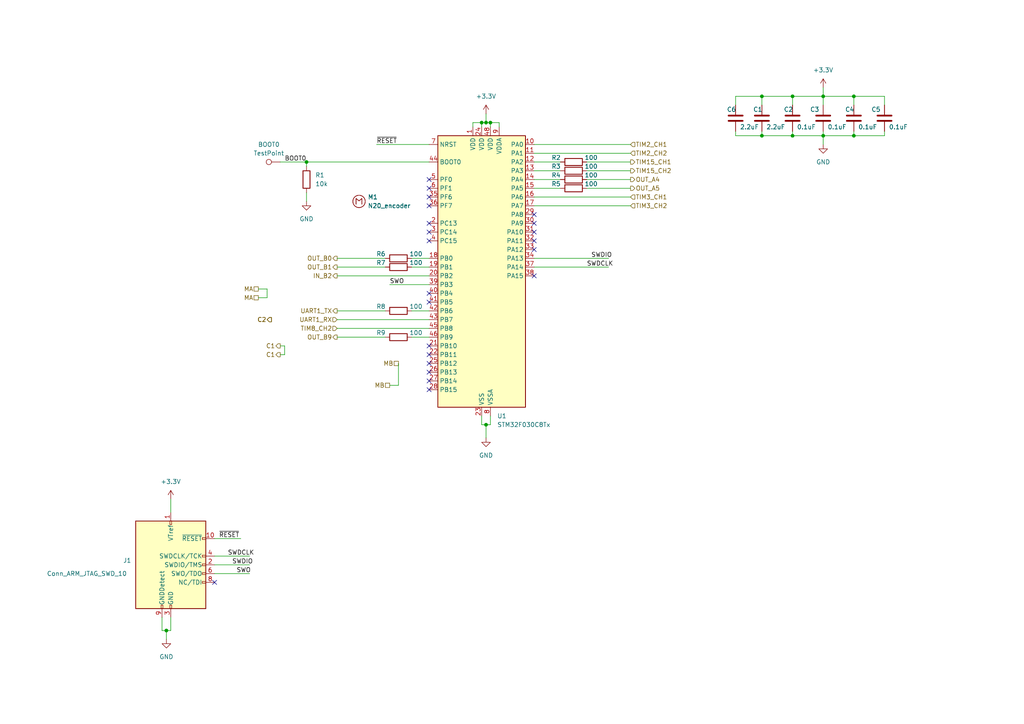
<source format=kicad_sch>
(kicad_sch (version 20230121) (generator eeschema)
  (paper "A4")
  (lib_symbols
    (symbol "Connector:Conn_ARM_JTAG_SWD_10" (pin_names (offset 1.016))
      (property "Reference" "J" (at -2.54 16.51 0))
      (property "Value" "Conn_ARM_JTAG_SWD_10" (at -2.54 13.97 0))
      (symbol "Conn_ARM_JTAG_SWD_10_0_1"
        (rectangle (start -10.16 12.7) (end 10.16 -12.7) (stroke (width 0.254)) (fill (type background)))
        (rectangle (start -2.794 -12.7) (end -2.286 -11.684))
        (rectangle (start -0.254 -12.7) (end 0.254 -11.684))
        (rectangle (start -0.254 12.7) (end 0.254 11.684))
        (rectangle (start 9.144 2.286) (end 10.16 2.794))
        (rectangle (start 10.16 -2.794) (end 9.144 -2.286))
        (rectangle (start 10.16 -0.254) (end 9.144 0.254))
        (rectangle (start 10.16 7.874) (end 9.144 7.366))
      )
      (symbol "Conn_ARM_JTAG_SWD_10_1_1"
        (rectangle (start 9.144 -5.334) (end 10.16 -4.826))
        (pin power_in line (at 0 15.24 270) (length 2.54) (name "VTref") (number "1"))
        (pin open_collector line (at 12.7 7.62 180) (length 2.54) (name "~{RESET}") (number "10"))
        (pin bidirectional line (at 12.7 0 180) (length 2.54) (name "SWDIO/TMS") (number "2"))
        (pin power_in line (at 0 -15.24 90) (length 2.54) (name "GND") (number "3"))
        (pin output line (at 12.7 2.54 180) (length 2.54) (name "SWDCLK/TCK") (number "4"))
        (pin passive line (at 0 -15.24 90) (length 2.54) hide (name "GND") (number "5"))
        (pin input line (at 12.7 -2.54 180) (length 2.54) (name "SWO/TDO") (number "6"))
        (pin no_connect line (at -10.16 0 0) (length 2.54) hide (name "KEY") (number "7"))
        (pin output line (at 12.7 -5.08 180) (length 2.54) (name "NC/TDI") (number "8"))
        (pin passive line (at -2.54 -15.24 90) (length 2.54) (name "GNDDetect") (number "9"))
      )
    )
    (symbol "Connector:TestPoint" (pin_numbers hide) (pin_names (offset 0.762) hide)
      (property "Reference" "TP" (at 0 6.858 0))
      (property "Value" "TestPoint" (at 0 5.08 0))
      (symbol "TestPoint_0_1"
        (circle (center 0 3.302) (radius 0.762))
      )
      (symbol "TestPoint_1_1"
        (pin passive line (at 0 0 90) (length 2.54) (name "1") (number "1"))
      )
    )
    (symbol "Device:C" (pin_numbers hide) (pin_names (offset 0.254))
      (property "Reference" "C" (at 0.635 2.54 0))
      (property "Value" "C" (at 0.635 -2.54 0))
      (symbol "C_0_1"
        (polyline (pts (xy -2.032 -0.762) (xy 2.032 -0.762)) (stroke (width 0.508)))
        (polyline (pts (xy -2.032 0.762) (xy 2.032 0.762)) (stroke (width 0.508)))
      )
      (symbol "C_1_1"
        (pin passive line (at 0 3.81 270) (length 2.794) (name "~") (number "1"))
        (pin passive line (at 0 -3.81 90) (length 2.794) (name "~") (number "2"))
      )
    )
    (symbol "Device:R" (pin_numbers hide) (pin_names (offset 0))
      (property "Reference" "R" (at 2.032 0 90))
      (property "Value" "R" (at 0 0 90))
      (symbol "R_0_1"
        (rectangle (start -1.016 -2.54) (end 1.016 2.54) (stroke (width 0.254)))
      )
      (symbol "R_1_1"
        (pin passive line (at 0 3.81 270) (length 1.27) (name "~") (number "1"))
        (pin passive line (at 0 -3.81 90) (length 1.27) (name "~") (number "2"))
      )
    )
    (symbol "MCU_ST_STM32F0:STM32F030C8Tx"
      (property "Reference" "U" (at -12.7 41.91 0))
      (property "Value" "STM32F030C8Tx" (at 7.62 41.91 0))
      (symbol "STM32F030C8Tx_0_1"
        (rectangle (start -12.7 -38.1) (end 12.7 40.64) (stroke (width 0.254)) (fill (type background)))
      )
      (symbol "STM32F030C8Tx_1_1"
        (pin power_in line (at -2.54 43.18 270) (length 2.54) (name "VDD") (number "1"))
        (pin bidirectional line (at 15.24 38.1 180) (length 2.54) (name "PA0") (number "10"))
        (pin bidirectional line (at 15.24 35.56 180) (length 2.54) (name "PA1") (number "11"))
        (pin bidirectional line (at 15.24 33.02 180) (length 2.54) (name "PA2") (number "12"))
        (pin bidirectional line (at 15.24 30.48 180) (length 2.54) (name "PA3") (number "13"))
        (pin bidirectional line (at 15.24 27.94 180) (length 2.54) (name "PA4") (number "14"))
        (pin bidirectional line (at 15.24 25.4 180) (length 2.54) (name "PA5") (number "15"))
        (pin bidirectional line (at 15.24 22.86 180) (length 2.54) (name "PA6") (number "16"))
        (pin bidirectional line (at 15.24 20.32 180) (length 2.54) (name "PA7") (number "17"))
        (pin bidirectional line (at -15.24 5.08 0) (length 2.54) (name "PB0") (number "18"))
        (pin bidirectional line (at -15.24 2.54 0) (length 2.54) (name "PB1") (number "19"))
        (pin bidirectional line (at -15.24 15.24 0) (length 2.54) (name "PC13") (number "2"))
        (pin bidirectional line (at -15.24 0 0) (length 2.54) (name "PB2") (number "20"))
        (pin bidirectional line (at -15.24 -20.32 0) (length 2.54) (name "PB10") (number "21"))
        (pin bidirectional line (at -15.24 -22.86 0) (length 2.54) (name "PB11") (number "22"))
        (pin power_in line (at 0 -40.64 90) (length 2.54) (name "VSS") (number "23"))
        (pin power_in line (at 0 43.18 270) (length 2.54) (name "VDD") (number "24"))
        (pin bidirectional line (at -15.24 -25.4 0) (length 2.54) (name "PB12") (number "25"))
        (pin bidirectional line (at -15.24 -27.94 0) (length 2.54) (name "PB13") (number "26"))
        (pin bidirectional line (at -15.24 -30.48 0) (length 2.54) (name "PB14") (number "27"))
        (pin bidirectional line (at -15.24 -33.02 0) (length 2.54) (name "PB15") (number "28"))
        (pin bidirectional line (at 15.24 17.78 180) (length 2.54) (name "PA8") (number "29"))
        (pin bidirectional line (at -15.24 12.7 0) (length 2.54) (name "PC14") (number "3"))
        (pin bidirectional line (at 15.24 15.24 180) (length 2.54) (name "PA9") (number "30"))
        (pin bidirectional line (at 15.24 12.7 180) (length 2.54) (name "PA10") (number "31"))
        (pin bidirectional line (at 15.24 10.16 180) (length 2.54) (name "PA11") (number "32"))
        (pin bidirectional line (at 15.24 7.62 180) (length 2.54) (name "PA12") (number "33"))
        (pin bidirectional line (at 15.24 5.08 180) (length 2.54) (name "PA13") (number "34"))
        (pin bidirectional line (at -15.24 22.86 0) (length 2.54) (name "PF6") (number "35"))
        (pin bidirectional line (at -15.24 20.32 0) (length 2.54) (name "PF7") (number "36"))
        (pin bidirectional line (at 15.24 2.54 180) (length 2.54) (name "PA14") (number "37"))
        (pin bidirectional line (at 15.24 0 180) (length 2.54) (name "PA15") (number "38"))
        (pin bidirectional line (at -15.24 -2.54 0) (length 2.54) (name "PB3") (number "39"))
        (pin bidirectional line (at -15.24 10.16 0) (length 2.54) (name "PC15") (number "4"))
        (pin bidirectional line (at -15.24 -5.08 0) (length 2.54) (name "PB4") (number "40"))
        (pin bidirectional line (at -15.24 -7.62 0) (length 2.54) (name "PB5") (number "41"))
        (pin bidirectional line (at -15.24 -10.16 0) (length 2.54) (name "PB6") (number "42"))
        (pin bidirectional line (at -15.24 -12.7 0) (length 2.54) (name "PB7") (number "43"))
        (pin input line (at -15.24 33.02 0) (length 2.54) (name "BOOT0") (number "44"))
        (pin bidirectional line (at -15.24 -15.24 0) (length 2.54) (name "PB8") (number "45"))
        (pin bidirectional line (at -15.24 -17.78 0) (length 2.54) (name "PB9") (number "46"))
        (pin passive line (at 0 -40.64 90) (length 2.54) hide (name "VSS") (number "47"))
        (pin power_in line (at 2.54 43.18 270) (length 2.54) (name "VDD") (number "48"))
        (pin bidirectional line (at -15.24 27.94 0) (length 2.54) (name "PF0") (number "5"))
        (pin bidirectional line (at -15.24 25.4 0) (length 2.54) (name "PF1") (number "6"))
        (pin input line (at -15.24 38.1 0) (length 2.54) (name "NRST") (number "7"))
        (pin power_in line (at 2.54 -40.64 90) (length 2.54) (name "VSSA") (number "8"))
        (pin power_in line (at 5.08 43.18 270) (length 2.54) (name "VDDA") (number "9"))
      )
    )
    (symbol "minimouse:N20_w_encoder"
      (property "Reference" "M" (at -8.89 1.27 0))
      (property "Value" "N20_encoder" (at 0 -2.54 0))
      (symbol "N20_w_encoder_0_1"
        (polyline (pts (xy -0.8636 -0.8128) (xy -0.8636 0.8636) (xy 0 0.1524) (xy 0.8128 0.8636) (xy 0.8128 -0.8128)))
        (circle (center 0 0) (radius 1.7961))
      )
    )
    (symbol "power:+3.3V" (power) (pin_names (offset 0))
      (property "Value" "+3.3V" (at 0 3.556 0))
      (symbol "+3.3V_0_1"
        (polyline (pts (xy -0.762 1.27) (xy 0 2.54)))
        (polyline (pts (xy 0 0) (xy 0 2.54)))
        (polyline (pts (xy 0 2.54) (xy 0.762 1.27)))
      )
      (symbol "+3.3V_1_1"
        (pin power_in line (at 0 0 90) (length 0) hide (name "+3.3V") (number "1"))
      )
    )
    (symbol "power:GND" (power) (pin_names (offset 0))
      (property "Value" "GND" (at 0 -3.81 0))
      (symbol "GND_0_1"
        (polyline (pts (xy 0 0) (xy 0 -1.27) (xy 1.27 -1.27) (xy 0 -2.54) (xy -1.27 -1.27) (xy 0 -1.27)))
      )
      (symbol "GND_1_1"
        (pin power_in line (at 0 0 270) (length 0) hide (name "GND") (number "1"))
      )
    )
  )
  (junction (at 247.65 27.94))
  (junction (at 140.97 123.19))
  (junction (at 142.24 35.56))
  (junction (at 229.87 27.94))
  (junction (at 220.98 27.94))
  (junction (at 48.26 182.88))
  (junction (at 139.7 35.56))
  (junction (at 238.76 39.37))
  (junction (at 229.87 39.37))
  (junction (at 220.98 39.37))
  (junction (at 238.76 27.94))
  (junction (at 140.97 35.56))
  (junction (at 247.65 39.37))
  (junction (at 88.9 46.99))
  (no_connect (at 124.46 69.85))
  (no_connect (at 154.94 62.23))
  (no_connect (at 124.46 105.41))
  (no_connect (at 124.46 102.87))
  (no_connect (at 154.94 80.01))
  (no_connect (at 124.46 54.61))
  (no_connect (at 124.46 57.15))
  (no_connect (at 124.46 110.49))
  (no_connect (at 124.46 85.09))
  (no_connect (at 154.94 69.85))
  (no_connect (at 124.46 52.07))
  (no_connect (at 154.94 67.31))
  (no_connect (at 124.46 64.77))
  (no_connect (at 154.94 64.77))
  (no_connect (at 124.46 67.31))
  (no_connect (at 124.46 59.69))
  (no_connect (at 124.46 107.95))
  (no_connect (at 154.94 72.39))
  (no_connect (at 124.46 87.63))
  (no_connect (at 124.46 100.33))
  (no_connect (at 62.23 168.91))
  (no_connect (at 124.46 113.03))
  (wire (pts (xy 140.97 123.19) (xy 140.97 127)))
  (wire (pts (xy 137.16 36.83) (xy 137.16 35.56)))
  (wire (pts (xy 49.53 144.78) (xy 49.53 148.59)))
  (wire (pts (xy 154.94 57.15) (xy 182.88 57.15)))
  (wire (pts (xy 88.9 46.99) (xy 88.9 48.26)))
  (wire (pts (xy 154.94 59.69) (xy 182.88 59.69)))
  (wire (pts (xy 170.18 52.07) (xy 182.88 52.07)))
  (wire (pts (xy 137.16 35.56) (xy 139.7 35.56)))
  (wire (pts (xy 213.36 39.37) (xy 220.98 39.37)))
  (wire (pts (xy 62.23 161.29) (xy 72.39 161.29)))
  (wire (pts (xy 77.47 83.82) (xy 77.47 86.36)))
  (wire (pts (xy 77.47 86.36) (xy 74.93 86.36)))
  (wire (pts (xy 154.94 41.91) (xy 182.88 41.91)))
  (wire (pts (xy 220.98 38.1) (xy 220.98 39.37)))
  (wire (pts (xy 81.28 102.87) (xy 82.55 102.87)))
  (wire (pts (xy 220.98 27.94) (xy 229.87 27.94)))
  (wire (pts (xy 247.65 38.1) (xy 247.65 39.37)))
  (wire (pts (xy 256.54 30.48) (xy 256.54 27.94)))
  (wire (pts (xy 97.79 80.01) (xy 124.46 80.01)))
  (wire (pts (xy 88.9 55.88) (xy 88.9 58.42)))
  (wire (pts (xy 256.54 38.1) (xy 256.54 39.37)))
  (wire (pts (xy 154.94 49.53) (xy 162.56 49.53)))
  (wire (pts (xy 119.38 74.93) (xy 124.46 74.93)))
  (wire (pts (xy 140.97 35.56) (xy 139.7 35.56)))
  (wire (pts (xy 97.79 74.93) (xy 111.76 74.93)))
  (wire (pts (xy 144.78 35.56) (xy 142.24 35.56)))
  (wire (pts (xy 229.87 27.94) (xy 238.76 27.94)))
  (wire (pts (xy 170.18 49.53) (xy 182.88 49.53)))
  (wire (pts (xy 154.94 54.61) (xy 162.56 54.61)))
  (wire (pts (xy 139.7 123.19) (xy 140.97 123.19)))
  (wire (pts (xy 154.94 46.99) (xy 162.56 46.99)))
  (wire (pts (xy 238.76 39.37) (xy 238.76 41.91)))
  (wire (pts (xy 256.54 27.94) (xy 247.65 27.94)))
  (wire (pts (xy 88.9 46.99) (xy 124.46 46.99)))
  (wire (pts (xy 62.23 166.37) (xy 72.39 166.37)))
  (wire (pts (xy 82.55 100.33) (xy 81.28 100.33)))
  (wire (pts (xy 81.28 46.99) (xy 88.9 46.99)))
  (wire (pts (xy 229.87 30.48) (xy 229.87 27.94)))
  (wire (pts (xy 229.87 39.37) (xy 238.76 39.37)))
  (wire (pts (xy 154.94 52.07) (xy 162.56 52.07)))
  (wire (pts (xy 97.79 97.79) (xy 111.76 97.79)))
  (wire (pts (xy 97.79 92.71) (xy 124.46 92.71)))
  (wire (pts (xy 213.36 38.1) (xy 213.36 39.37)))
  (wire (pts (xy 46.99 179.07) (xy 46.99 182.88)))
  (wire (pts (xy 220.98 39.37) (xy 229.87 39.37)))
  (wire (pts (xy 97.79 90.17) (xy 111.76 90.17)))
  (wire (pts (xy 97.79 77.47) (xy 111.76 77.47)))
  (wire (pts (xy 213.36 27.94) (xy 220.98 27.94)))
  (wire (pts (xy 48.26 182.88) (xy 48.26 185.42)))
  (wire (pts (xy 46.99 182.88) (xy 48.26 182.88)))
  (wire (pts (xy 115.57 111.76) (xy 115.57 105.41)))
  (wire (pts (xy 256.54 39.37) (xy 247.65 39.37)))
  (wire (pts (xy 154.94 77.47) (xy 176.53 77.47)))
  (wire (pts (xy 238.76 27.94) (xy 238.76 30.48)))
  (wire (pts (xy 113.03 82.55) (xy 124.46 82.55)))
  (wire (pts (xy 220.98 30.48) (xy 220.98 27.94)))
  (wire (pts (xy 119.38 90.17) (xy 124.46 90.17)))
  (wire (pts (xy 97.79 95.25) (xy 124.46 95.25)))
  (wire (pts (xy 139.7 35.56) (xy 139.7 36.83)))
  (wire (pts (xy 119.38 77.47) (xy 124.46 77.47)))
  (wire (pts (xy 142.24 123.19) (xy 140.97 123.19)))
  (wire (pts (xy 119.38 97.79) (xy 124.46 97.79)))
  (wire (pts (xy 49.53 179.07) (xy 49.53 182.88)))
  (wire (pts (xy 77.47 83.82) (xy 74.93 83.82)))
  (wire (pts (xy 139.7 120.65) (xy 139.7 123.19)))
  (wire (pts (xy 144.78 36.83) (xy 144.78 35.56)))
  (wire (pts (xy 140.97 33.02) (xy 140.97 35.56)))
  (wire (pts (xy 154.94 74.93) (xy 176.53 74.93)))
  (wire (pts (xy 142.24 35.56) (xy 140.97 35.56)))
  (wire (pts (xy 238.76 38.1) (xy 238.76 39.37)))
  (wire (pts (xy 238.76 25.4) (xy 238.76 27.94)))
  (wire (pts (xy 229.87 38.1) (xy 229.87 39.37)))
  (wire (pts (xy 170.18 46.99) (xy 182.88 46.99)))
  (wire (pts (xy 109.22 41.91) (xy 124.46 41.91)))
  (wire (pts (xy 154.94 44.45) (xy 182.88 44.45)))
  (wire (pts (xy 170.18 54.61) (xy 182.88 54.61)))
  (wire (pts (xy 247.65 39.37) (xy 238.76 39.37)))
  (wire (pts (xy 62.23 163.83) (xy 72.39 163.83)))
  (wire (pts (xy 247.65 27.94) (xy 238.76 27.94)))
  (wire (pts (xy 82.55 102.87) (xy 82.55 100.33)))
  (wire (pts (xy 113.03 111.76) (xy 115.57 111.76)))
  (wire (pts (xy 62.23 156.21) (xy 69.85 156.21)))
  (wire (pts (xy 247.65 30.48) (xy 247.65 27.94)))
  (wire (pts (xy 213.36 30.48) (xy 213.36 27.94)))
  (wire (pts (xy 142.24 120.65) (xy 142.24 123.19)))
  (wire (pts (xy 49.53 182.88) (xy 48.26 182.88)))
  (wire (pts (xy 142.24 36.83) (xy 142.24 35.56)))
  (label "SWDCLK" (at 170.18 77.47 0))
  (label "SWDIO" (at 67.31 163.83 0))
  (label "SWDCLK" (at 66.04 161.29 0))
  (label "~{RESET}" (at 109.22 41.91 0))
  (label "SWO" (at 113.03 82.55 0))
  (label "SWO" (at 68.58 166.37 0))
  (label "SWDIO" (at 171.45 74.93 0))
  (label "BOOT0" (at 82.55 46.99 0))
  (label "~{RESET}" (at 63.5 156.21 0))
  (hierarchical_label "UART1_RX" (shape input) (at 97.79 92.71 180))
  (hierarchical_label "C1" (shape output) (at 81.28 100.33 180))
  (hierarchical_label "TIM3_CH1" (shape input) (at 182.88 57.15 0))
  (hierarchical_label "OUT_B9" (shape output) (at 97.79 97.79 180))
  (hierarchical_label "TIM2_CH2" (shape input) (at 182.88 44.45 0))
  (hierarchical_label "UART1_TX" (shape output) (at 97.79 90.17 180))
  (hierarchical_label "C2" (shape output) (at 78.74 92.71 180))
  (hierarchical_label "IN_B2" (shape output) (at 97.79 80.01 180))
  (hierarchical_label "TIM15_CH1" (shape output) (at 182.88 46.99 0))
  (hierarchical_label "TIM8_CH2" (shape input) (at 97.79 95.25 180))
  (hierarchical_label "TIM2_CH1" (shape input) (at 182.88 41.91 0))
  (hierarchical_label "C2" (shape output) (at 78.74 92.71 180))
  (hierarchical_label "OUT_A4" (shape output) (at 182.88 52.07 0))
  (hierarchical_label "C1" (shape output) (at 81.28 102.87 180))
  (hierarchical_label "OUT_B1" (shape output) (at 97.79 77.47 180))
  (hierarchical_label "MB" (shape passive) (at 115.57 105.41 180))
  (hierarchical_label "MA" (shape passive) (at 74.93 86.36 180))
  (hierarchical_label "OUT_A5" (shape output) (at 182.88 54.61 0))
  (hierarchical_label "OUT_B0" (shape output) (at 97.79 74.93 180))
  (hierarchical_label "MA" (shape passive) (at 74.93 83.82 180))
  (hierarchical_label "TIM15_CH2" (shape output) (at 182.88 49.53 0))
  (hierarchical_label "MB" (shape passive) (at 113.03 111.76 180))
  (hierarchical_label "TIM3_CH2" (shape input) (at 182.88 59.69 0))
  (symbol (lib_id "Device:R") (at 88.9 52.07 0) (unit 1)
    (property "Reference" "R1" (at 91.44 50.8 0) (effects (justify left)))
    (property "Value" "10k" (at 91.44 53.34 0) (effects (justify left)))
    (property "Footprint" "Resistor_SMD:R_0603_1608Metric" (effects hide))
  )
  (symbol (lib_id "Device:C") (at 213.36 34.29 0) (unit 1)
    (property "Reference" "C6" (at 210.82 31.75 0) (effects (justify left)))
    (property "Value" "2.2uF" (at 214.63 36.83 0) (effects (justify left)))
    (property "Footprint" "Capacitor_SMD:C_0603_1608Metric" (effects hide))
  )
  (symbol (lib_id "power:GND") (at 48.26 185.42 0) (unit 1)
    (property "Reference" "#PWR06" (effects hide))
    (property "Value" "GND" (at 48.26 190.5 0))
  )
  (symbol (lib_id "Device:C") (at 229.87 34.29 0) (unit 1)
    (property "Reference" "C2" (at 227.33 31.75 0) (effects (justify left)))
    (property "Value" "0.1uF" (at 231.14 36.83 0) (effects (justify left)))
    (property "Footprint" "Capacitor_SMD:C_0603_1608Metric" (effects hide))
  )
  (symbol (lib_id "Connector:TestPoint") (at 81.28 46.99 90) (unit 1)
    (property "Reference" "BOOT0" (at 77.978 41.91 90))
    (property "Value" "TestPoint" (at 77.978 44.45 90))
    (property "Footprint" "TestPoint:TestPoint_Pad_D1.5mm" (effects hide))
  )
  (symbol (lib_id "Device:R") (at 115.57 77.47 90) (unit 1)
    (property "Reference" "R7" (at 110.49 76.2 90))
    (property "Value" "100" (at 120.65 76.2 90))
    (property "Footprint" "Resistor_SMD:R_0603_1608Metric" (effects hide))
  )
  (symbol (lib_id "power:GND") (at 238.76 41.91 0) (unit 1)
    (property "Reference" "#PWR04" (effects hide))
    (property "Value" "GND" (at 238.76 46.99 0))
  )
  (symbol (lib_id "Connector:Conn_ARM_JTAG_SWD_10") (at 49.53 163.83 0) (unit 1)
    (property "Reference" "J1" (at 38.1 162.56 0) (effects (justify right)))
    (property "Value" "Conn_ARM_JTAG_SWD_10" (at 36.83 166.37 0) (effects (justify right)))
    (property "Footprint" "Connector_PinHeader_1.27mm:PinHeader_2x05_P1.27mm_Vertical" (effects hide))
    (property "Datasheet" "http://infocenter.arm.com/help/topic/com.arm.doc.ddi0314h/DDI0314H_coresight_components_trm.pdf" (effects hide))
  )
  (symbol (lib_id "minimouse:N20_w_encoder") (at 104.14 58.42 0) (unit 1)
    (property "Reference" "M1" (at 106.68 57.15 0) (effects (justify left)))
    (property "Value" "N20_encoder" (at 106.68 59.69 0) (effects (justify left)))
    (property "Footprint" "minimouse:N20_with_encoder" (effects hide))
    (instances (project "minimouse" (path "" (reference "M1") (unit 1)) (path "" (reference "M2") (unit 1)) (path "" (reference "M1") (unit 1))))
  )
  (symbol (lib_id "Device:R") (at 166.37 54.61 90) (unit 1)
    (property "Reference" "R5" (at 161.29 53.34 90))
    (property "Value" "100" (at 171.45 53.34 90))
    (property "Footprint" "Resistor_SMD:R_0603_1608Metric" (effects hide))
  )
  (symbol (lib_id "Device:R") (at 115.57 74.93 90) (unit 1)
    (property "Reference" "R6" (at 110.49 73.66 90))
    (property "Value" "100" (at 120.65 73.66 90))
    (property "Footprint" "Resistor_SMD:R_0603_1608Metric" (effects hide))
  )
  (symbol (lib_id "Device:R") (at 115.57 90.17 90) (unit 1)
    (property "Reference" "R8" (at 110.49 88.9 90))
    (property "Value" "100" (at 120.65 88.9 90))
    (property "Footprint" "Resistor_SMD:R_0603_1608Metric" (effects hide))
  )
  (symbol (lib_id "Device:R") (at 166.37 46.99 90) (unit 1)
    (property "Reference" "R2" (at 161.29 45.72 90))
    (property "Value" "100" (at 171.45 45.72 90))
    (property "Footprint" "Resistor_SMD:R_0603_1608Metric" (effects hide))
  )
  (symbol (lib_id "MCU_ST_STM32F0:STM32F030C8Tx") (at 139.7 80.01 0) (unit 1)
    (property "Reference" "U1" (at 144.1959 120.65 0) (effects (justify left)))
    (property "Value" "STM32F030C8Tx" (at 144.1959 123.19 0) (effects (justify left)))
    (property "Footprint" "Package_QFP:LQFP-48_7x7mm_P0.5mm" (effects hide))
    (property "Datasheet" "https://www.st.com/resource/en/datasheet/stm32f030c8.pdf" (effects hide))
  )
  (symbol (lib_id "Device:R") (at 115.57 97.79 90) (unit 1)
    (property "Reference" "R9" (at 110.49 96.52 90))
    (property "Value" "100" (at 120.65 96.52 90))
    (property "Footprint" "Resistor_SMD:R_0603_1608Metric" (effects hide))
  )
  (symbol (lib_id "minimouse:N20_w_encoder") (at 104.14 58.42 0) (unit 1)
    (property "Reference" "M1" (at 106.68 57.15 0) (effects (justify left)))
    (property "Value" "N20_encoder" (at 106.68 59.69 0) (effects (justify left)))
    (property "Footprint" "minimouse:N20_with_encoder" (effects hide))
    (instances (project "minimouse" (path "" (reference "M1") (unit 1)) (path "" (reference "M2") (unit 1)) (path "" (reference "M1") (unit 1))))
  )
  (symbol (lib_id "power:+3.3V") (at 238.76 25.4 0) (unit 1)
    (property "Reference" "#PWR03" (effects hide))
    (property "Value" "+3.3V" (at 238.76 20.32 0))
  )
  (symbol (lib_id "Device:R") (at 166.37 49.53 90) (unit 1)
    (property "Reference" "R3" (at 161.29 48.26 90))
    (property "Value" "100" (at 171.45 48.26 90))
    (property "Footprint" "Resistor_SMD:R_0603_1608Metric" (effects hide))
  )
  (symbol (lib_id "Device:C") (at 247.65 34.29 0) (unit 1)
    (property "Reference" "C4" (at 245.11 31.75 0) (effects (justify left)))
    (property "Value" "0.1uF" (at 248.92 36.83 0) (effects (justify left)))
    (property "Footprint" "Capacitor_SMD:C_0603_1608Metric" (effects hide))
  )
  (symbol (lib_id "Device:C") (at 256.54 34.29 0) (unit 1)
    (property "Reference" "C5" (at 252.73 31.75 0) (effects (justify left)))
    (property "Value" "0.1uF" (at 257.81 36.83 0) (effects (justify left)))
    (property "Footprint" "Capacitor_SMD:C_0603_1608Metric" (effects hide))
  )
  (symbol (lib_id "power:+3.3V") (at 140.97 33.02 0) (unit 1)
    (property "Reference" "#PWR01" (effects hide))
    (property "Value" "+3.3V" (at 140.97 27.94 0))
  )
  (symbol (lib_id "Device:C") (at 238.76 34.29 0) (unit 1)
    (property "Reference" "C3" (at 234.95 31.75 0) (effects (justify left)))
    (property "Value" "0.1uF" (at 240.03 36.83 0) (effects (justify left)))
    (property "Footprint" "Capacitor_SMD:C_0603_1608Metric" (effects hide))
  )
  (symbol (lib_id "power:GND") (at 88.9 58.42 0) (unit 1)
    (property "Reference" "#PWR07" (effects hide))
    (property "Value" "GND" (at 88.9 63.5 0))
  )
  (symbol (lib_id "power:+3.3V") (at 49.53 144.78 0) (unit 1)
    (property "Reference" "#PWR05" (effects hide))
    (property "Value" "+3.3V" (at 49.53 139.7 0))
  )
  (symbol (lib_id "Device:R") (at 166.37 52.07 90) (unit 1)
    (property "Reference" "R4" (at 161.29 50.8 90))
    (property "Value" "100" (at 171.45 50.8 90))
    (property "Footprint" "Resistor_SMD:R_0603_1608Metric" (effects hide))
  )
  (symbol (lib_id "power:GND") (at 140.97 127 0) (unit 1)
    (property "Reference" "#PWR02" (effects hide))
    (property "Value" "GND" (at 140.97 132.08 0))
  )
  (symbol (lib_id "Device:C") (at 220.98 34.29 0) (unit 1)
    (property "Reference" "C1" (at 218.44 31.75 0) (effects (justify left)))
    (property "Value" "2.2uF" (at 222.25 36.83 0) (effects (justify left)))
    (property "Footprint" "Capacitor_SMD:C_0603_1608Metric" (effects hide))
  )
)
</source>
